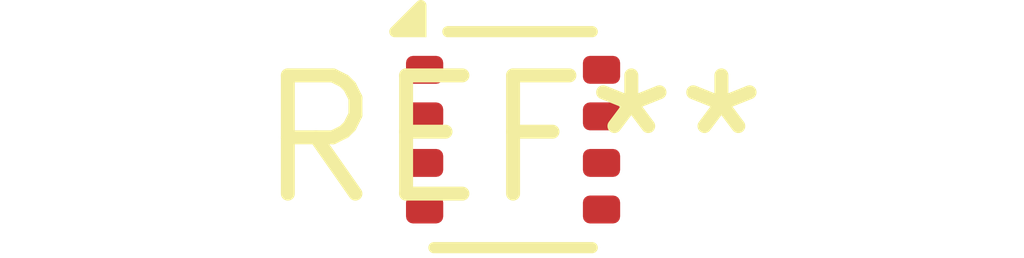
<source format=kicad_pcb>
(kicad_pcb (version 20240108) (generator pcbnew)
  (layers (0 "F.Cu" signal) (31 "B.Cu" signal) (34 "B.Paste" user) (35 "F.Paste" user) (36 "B.SilkS" user "B.Silkscreen") (37 "F.SilkS" user "F.Silkscreen") (38 "B.Mask" user) (39 "F.Mask" user) (44 "Edge.Cuts" user))
  (net 0 "")
  (footprint "SOT-383FL" (layer "F.Cu") (at 0 0)
    (property "Reference" "REF**")
    (property "Value" "SOT-383FL")
    (fp_line (start -0.85 1.16) (end 0.85 1.16) (layer "F.SilkS") (stroke (width 0.12)))
    (fp_line (start 0.85 -1.16) (end -0.7 -1.16) (layer "F.SilkS") (stroke (width 0.12)))
    (fp_poly (pts (xy -0.99 -1.16) (xy -1.27 -1.16) (xy -0.99 -1.44) (xy -0.99 -1.16)) (layer "F.SilkS") (stroke (width 0.12)) (fill solid))
    (pad "1" smd roundrect (at -0.95 -0.75) (size 0.4 0.3) (layers "F.Cu" "F.Paste" "F.Mask"))
    (pad "2" smd roundrect (at -0.95 -0.25) (size 0.4 0.3) (layers "F.Cu" "F.Paste" "F.Mask"))
    (pad "3" smd roundrect (at -0.95 0.25) (size 0.4 0.3) (layers "F.Cu" "F.Paste" "F.Mask"))
    (pad "4" smd roundrect (at -0.95 0.75) (size 0.4 0.3) (layers "F.Cu" "F.Paste" "F.Mask"))
    (pad "5" smd roundrect (at 0.95 0.75) (size 0.4 0.3) (layers "F.Cu" "F.Paste" "F.Mask"))
    (pad "6" smd roundrect (at 0.95 0.25) (size 0.4 0.3) (layers "F.Cu" "F.Paste" "F.Mask"))
    (pad "7" smd roundrect (at 0.95 -0.25) (size 0.4 0.3) (layers "F.Cu" "F.Paste" "F.Mask"))
    (pad "8" smd roundrect (at 0.95 -0.75) (size 0.4 0.3) (layers "F.Cu" "F.Paste" "F.Mask"))
  )
)
</source>
